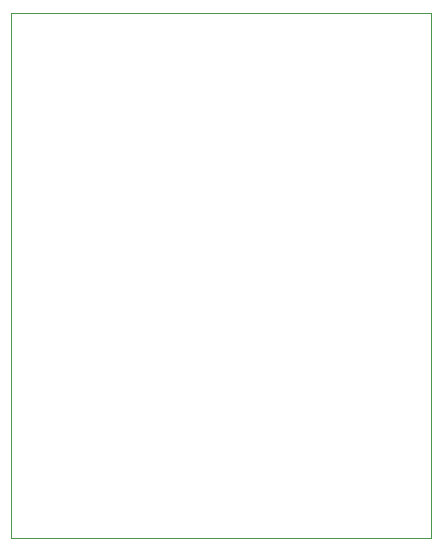
<source format=gko>
G04 Layer_Color=16711935*
%FSLAX25Y25*%
%MOIN*%
G70*
G01*
G75*
%ADD115C,0.00394*%
D115*
X0Y0D02*
Y175000D01*
Y0D02*
X140000D01*
Y175000D01*
X0D02*
X140000D01*
M02*

</source>
